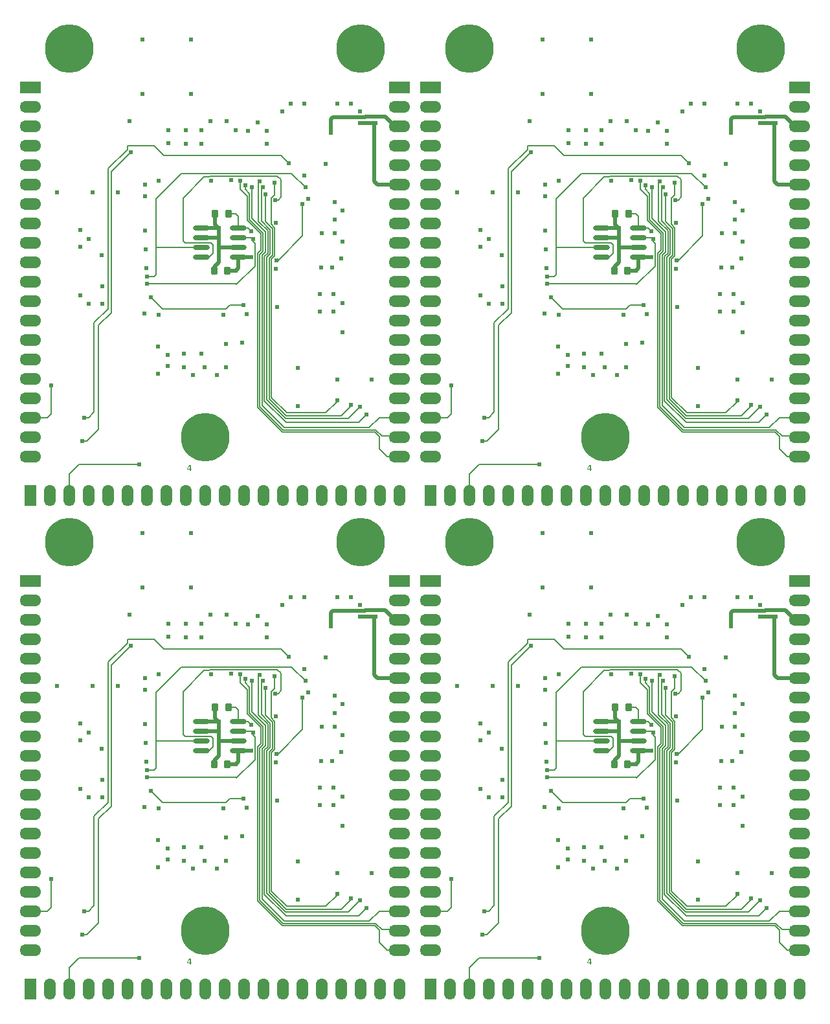
<source format=gbl>
G04*
G04 #@! TF.GenerationSoftware,Altium Limited,Altium Designer,18.1.9 (240)*
G04*
G04 Layer_Physical_Order=4*
G04 Layer_Color=16711680*
%FSLAX25Y25*%
%MOIN*%
G70*
G01*
G75*
G04:AMPARAMS|DCode=13|XSize=39.37mil|YSize=35.43mil|CornerRadius=4.43mil|HoleSize=0mil|Usage=FLASHONLY|Rotation=270.000|XOffset=0mil|YOffset=0mil|HoleType=Round|Shape=RoundedRectangle|*
%AMROUNDEDRECTD13*
21,1,0.03937,0.02657,0,0,270.0*
21,1,0.03051,0.03543,0,0,270.0*
1,1,0.00886,-0.01329,-0.01526*
1,1,0.00886,-0.01329,0.01526*
1,1,0.00886,0.01329,0.01526*
1,1,0.00886,0.01329,-0.01526*
%
%ADD13ROUNDEDRECTD13*%
%ADD19C,0.02000*%
%ADD20C,0.00800*%
%ADD22C,0.00600*%
%ADD24C,0.25000*%
%ADD25R,0.11000X0.06000*%
%ADD26O,0.11000X0.06000*%
%ADD27R,0.06000X0.11000*%
%ADD28O,0.06000X0.11000*%
%ADD29C,0.02400*%
%ADD37O,0.08661X0.02362*%
G36*
X315550Y294639D02*
X316044D01*
Y294102D01*
X315550D01*
Y293437D01*
X314955D01*
Y294102D01*
X313437D01*
Y294623D01*
X314711Y296697D01*
X315550D01*
Y294639D01*
D02*
G37*
G36*
X109550D02*
X110044D01*
Y294102D01*
X109550D01*
Y293437D01*
X108955D01*
Y294102D01*
X107437D01*
Y294623D01*
X108711Y296697D01*
X109550D01*
Y294639D01*
D02*
G37*
G36*
X315550Y40639D02*
X316044D01*
Y40102D01*
X315550D01*
Y39437D01*
X314955D01*
Y40102D01*
X313437D01*
Y40623D01*
X314711Y42697D01*
X315550D01*
Y40639D01*
D02*
G37*
G36*
X109550D02*
X110044D01*
Y40102D01*
X109550D01*
Y39437D01*
X108955D01*
Y40102D01*
X107437D01*
Y40623D01*
X108711Y42697D01*
X109550D01*
Y40639D01*
D02*
G37*
%LPC*%
G36*
X314963Y296107D02*
X314033Y294639D01*
X314963D01*
Y296107D01*
D02*
G37*
G36*
X108963D02*
X108033Y294639D01*
X108963D01*
Y296107D01*
D02*
G37*
G36*
X314963Y42107D02*
X314033Y40639D01*
X314963D01*
Y42107D01*
D02*
G37*
G36*
X108963D02*
X108033Y40639D01*
X108963D01*
Y42107D01*
D02*
G37*
%LPD*%
D13*
X128284Y142437D02*
D03*
X121591D02*
D03*
X128784Y171937D02*
D03*
X122091D02*
D03*
X334283Y142437D02*
D03*
X327591D02*
D03*
X334784Y171937D02*
D03*
X328091D02*
D03*
X128284Y396437D02*
D03*
X121591D02*
D03*
X128784Y425937D02*
D03*
X122091D02*
D03*
X334283Y396437D02*
D03*
X327591D02*
D03*
X334784Y425937D02*
D03*
X328091D02*
D03*
D19*
X128284Y142437D02*
X132437D01*
X121591D02*
Y144591D01*
X123937Y146937D01*
X114988Y164437D02*
X123937D01*
X122091Y166284D02*
Y171937D01*
Y166284D02*
X123937Y164437D01*
Y159437D02*
Y164437D01*
X114988Y159437D02*
X123937D01*
Y154437D02*
X133886D01*
X123937Y146937D02*
Y154437D01*
Y159437D01*
X133886Y149437D02*
X140437D01*
X133886Y143886D02*
Y149437D01*
X132437Y142437D02*
X133886Y143886D01*
X205437Y186937D02*
X216937D01*
X203937Y188437D02*
X205437Y186937D01*
X203937Y188437D02*
Y217937D01*
X204437Y218437D01*
X196437D02*
X200437D01*
X204437D01*
X214437Y216937D02*
X216937D01*
X209437Y221937D02*
X214437Y216937D01*
X199437Y221937D02*
X209437D01*
X198937Y221437D02*
X199437Y221937D01*
X182437Y221437D02*
X198937D01*
X181437Y220437D02*
X182437Y221437D01*
X181437Y213437D02*
Y220437D01*
X334283Y142437D02*
X338437D01*
X327591D02*
Y144591D01*
X329937Y146937D01*
X320988Y164437D02*
X329937D01*
X328091Y166284D02*
Y171937D01*
Y166284D02*
X329937Y164437D01*
Y159437D02*
Y164437D01*
X320988Y159437D02*
X329937D01*
Y154437D02*
X339886D01*
X329937Y146937D02*
Y154437D01*
Y159437D01*
X339886Y149437D02*
X346437D01*
X339886Y143886D02*
Y149437D01*
X338437Y142437D02*
X339886Y143886D01*
X411437Y186937D02*
X422937D01*
X409937Y188437D02*
X411437Y186937D01*
X409937Y188437D02*
Y217937D01*
X410437Y218437D01*
X402437D02*
X406437D01*
X410437D01*
X420437Y216937D02*
X422937D01*
X415437Y221937D02*
X420437Y216937D01*
X405437Y221937D02*
X415437D01*
X404937Y221437D02*
X405437Y221937D01*
X388437Y221437D02*
X404937D01*
X387437Y220437D02*
X388437Y221437D01*
X387437Y213437D02*
Y220437D01*
X128284Y396437D02*
X132437D01*
X121591D02*
Y398591D01*
X123937Y400937D01*
X114988Y418437D02*
X123937D01*
X122091Y420284D02*
Y425937D01*
Y420284D02*
X123937Y418437D01*
Y413437D02*
Y418437D01*
X114988Y413437D02*
X123937D01*
Y408437D02*
X133886D01*
X123937Y400937D02*
Y408437D01*
Y413437D01*
X133886Y403437D02*
X140437D01*
X133886Y397886D02*
Y403437D01*
X132437Y396437D02*
X133886Y397886D01*
X205437Y440937D02*
X216937D01*
X203937Y442437D02*
X205437Y440937D01*
X203937Y442437D02*
Y471937D01*
X204437Y472437D01*
X196437D02*
X200437D01*
X204437D01*
X214437Y470937D02*
X216937D01*
X209437Y475937D02*
X214437Y470937D01*
X199437Y475937D02*
X209437D01*
X198937Y475437D02*
X199437Y475937D01*
X182437Y475437D02*
X198937D01*
X181437Y474437D02*
X182437Y475437D01*
X181437Y467437D02*
Y474437D01*
X334283Y396437D02*
X338437D01*
X327591D02*
Y398591D01*
X329937Y400937D01*
X320988Y418437D02*
X329937D01*
X328091Y420284D02*
Y425937D01*
Y420284D02*
X329937Y418437D01*
Y413437D02*
Y418437D01*
X320988Y413437D02*
X329937D01*
Y408437D02*
X339886D01*
X329937Y400937D02*
Y408437D01*
Y413437D01*
X339886Y403437D02*
X346437D01*
X339886Y397886D02*
Y403437D01*
X338437Y396437D02*
X339886Y397886D01*
X411437Y440937D02*
X422937D01*
X409937Y442437D02*
X411437Y440937D01*
X409937Y442437D02*
Y471937D01*
X410437Y472437D01*
X402437D02*
X406437D01*
X410437D01*
X420437Y470937D02*
X422937D01*
X415437Y475937D02*
X420437Y470937D01*
X405437Y475937D02*
X415437D01*
X404937Y475437D02*
X405437Y475937D01*
X388437Y475437D02*
X404937D01*
X387437Y474437D02*
X388437Y475437D01*
X387437Y467437D02*
Y474437D01*
D20*
X155937Y201937D02*
X159937Y197937D01*
X95437Y201937D02*
X155937D01*
X90437Y206937D02*
X95437Y201937D01*
X76937Y206937D02*
X90437D01*
X76937Y205048D02*
Y206937D01*
X67037Y195148D02*
X76937Y205048D01*
X67037Y123037D02*
Y195148D01*
X59737Y115737D02*
X67037Y123037D01*
X68437Y193437D02*
X78437Y203437D01*
X68437Y120937D02*
Y193437D01*
X61937Y114437D02*
X68437Y120937D01*
X61937Y60937D02*
Y114437D01*
X59737Y69737D02*
Y115737D01*
X56937Y66937D02*
X59737Y69737D01*
X54437Y66937D02*
X56937D01*
X55937Y54937D02*
X61937Y60937D01*
X53437Y54937D02*
X55937D01*
X361937Y201937D02*
X365937Y197937D01*
X301437Y201937D02*
X361937D01*
X296437Y206937D02*
X301437Y201937D01*
X282937Y206937D02*
X296437D01*
X282937Y205048D02*
Y206937D01*
X273037Y195148D02*
X282937Y205048D01*
X273037Y123037D02*
Y195148D01*
X265737Y115737D02*
X273037Y123037D01*
X274437Y193437D02*
X284437Y203437D01*
X274437Y120937D02*
Y193437D01*
X267937Y114437D02*
X274437Y120937D01*
X267937Y60937D02*
Y114437D01*
X265737Y69737D02*
Y115737D01*
X262937Y66937D02*
X265737Y69737D01*
X260437Y66937D02*
X262937D01*
X261937Y54937D02*
X267937Y60937D01*
X259437Y54937D02*
X261937D01*
X155937Y455937D02*
X159937Y451937D01*
X95437Y455937D02*
X155937D01*
X90437Y460937D02*
X95437Y455937D01*
X76937Y460937D02*
X90437D01*
X76937Y459048D02*
Y460937D01*
X67037Y449148D02*
X76937Y459048D01*
X67037Y377037D02*
Y449148D01*
X59737Y369737D02*
X67037Y377037D01*
X68437Y447437D02*
X78437Y457437D01*
X68437Y374937D02*
Y447437D01*
X61937Y368437D02*
X68437Y374937D01*
X61937Y314937D02*
Y368437D01*
X59737Y323737D02*
Y369737D01*
X56937Y320937D02*
X59737Y323737D01*
X54437Y320937D02*
X56937D01*
X55937Y308937D02*
X61937Y314937D01*
X53437Y308937D02*
X55937D01*
X361937Y455937D02*
X365937Y451937D01*
X301437Y455937D02*
X361937D01*
X296437Y460937D02*
X301437Y455937D01*
X282937Y460937D02*
X296437D01*
X282937Y459048D02*
Y460937D01*
X273037Y449148D02*
X282937Y459048D01*
X273037Y377037D02*
Y449148D01*
X265737Y369737D02*
X273037Y377037D01*
X274437Y447437D02*
X284437Y457437D01*
X274437Y374937D02*
Y447437D01*
X267937Y368437D02*
X274437Y374937D01*
X267937Y314937D02*
Y368437D01*
X265737Y323737D02*
Y369737D01*
X262937Y320937D02*
X265737Y323737D01*
X260437Y320937D02*
X262937D01*
X261937Y308937D02*
X267937Y314937D01*
X259437Y308937D02*
X261937D01*
D22*
X51937Y42937D02*
X82937D01*
X46937Y37937D02*
X51937Y42937D01*
X46937Y26937D02*
Y37937D01*
X206437Y66937D02*
X216937D01*
X137437Y184437D02*
Y186437D01*
X207937Y57437D02*
X216437D01*
X216937Y56937D01*
X134937Y184437D02*
Y188937D01*
X206437Y50937D02*
Y57240D01*
Y50937D02*
X210437Y46937D01*
X216937D01*
X144337Y187837D02*
X144937Y188437D01*
X191937Y72937D02*
Y73437D01*
X145837Y184837D02*
X146437Y185437D01*
X145837Y168173D02*
Y184837D01*
X144337Y167976D02*
Y187837D01*
X152437Y181407D02*
Y187937D01*
X150837Y179807D02*
X152437Y181407D01*
X91437Y154437D02*
X114988D01*
Y149437D02*
X118937D01*
X120937Y151437D01*
Y155937D01*
X119937Y156937D02*
X120937Y155937D01*
X106437Y156937D02*
X119937D01*
X105437Y157937D02*
X106437Y156937D01*
X137437Y184437D02*
X139737Y182137D01*
X134937Y184437D02*
X138537Y180837D01*
X140937Y169437D02*
Y185437D01*
X139737Y168940D02*
Y182137D01*
X138537Y168443D02*
Y180837D01*
X105437Y157937D02*
Y179937D01*
X116237Y190737D01*
X161310Y192564D02*
X168437Y185437D01*
X116237Y190737D02*
X118767D01*
X119394Y191364D01*
X154010D01*
X155937Y189437D01*
Y180437D02*
Y189437D01*
X154437Y178937D02*
X155937Y180437D01*
X152937Y178937D02*
X154437D01*
X133886Y159437D02*
X140937D01*
X141437Y158937D01*
X150837Y166567D02*
X152737Y164667D01*
X150837Y166567D02*
Y179807D01*
X147937Y167770D02*
X151537Y164170D01*
X147937Y167770D02*
Y181937D01*
X145837Y168173D02*
X150337Y163673D01*
X144337Y167976D02*
X149137Y163176D01*
X140937Y169437D02*
X147937Y162437D01*
X139737Y168940D02*
X146737Y161940D01*
X138537Y168443D02*
X145537Y161443D01*
X166937Y160437D02*
Y176937D01*
X154437Y147937D02*
X166937Y160437D01*
X151537Y150704D02*
Y164170D01*
X150337Y151201D02*
Y163673D01*
X149137Y151698D02*
Y163176D01*
X147937Y152195D02*
Y162437D01*
X146737Y152692D02*
Y161940D01*
X145537Y153189D02*
Y161443D01*
X143810Y151462D02*
X145537Y153189D01*
X145010Y150965D02*
X146737Y152692D01*
X146210Y150468D02*
X147937Y152195D01*
X147410Y149971D02*
X149137Y151698D01*
X148610Y149474D02*
X150337Y151201D01*
X149810Y148977D02*
X151537Y150704D01*
X152737Y150207D02*
Y164667D01*
X151010Y148480D02*
X152737Y150207D01*
X146210Y73164D02*
Y150468D01*
X145010Y72667D02*
Y150965D01*
X143810Y72170D02*
Y151462D01*
X153437Y147937D02*
X154437D01*
X142537Y145037D02*
Y150307D01*
X142437Y150407D02*
X142537Y150307D01*
X142437Y150407D02*
Y156437D01*
X141437Y157437D02*
Y158937D01*
Y157437D02*
X142437Y156437D01*
X133886Y164437D02*
Y170488D01*
X132437Y171937D02*
X133886Y170488D01*
X128784Y171937D02*
X132437D01*
X133886Y164437D02*
X138937D01*
X140437Y162937D01*
X143810Y72170D02*
X156543Y59437D01*
X204240D01*
X206437Y57240D01*
X145010Y72667D02*
X157040Y60637D01*
X204737D01*
X207937Y57437D01*
X146210Y73164D02*
X157537Y61837D01*
X201337D01*
X206437Y66937D01*
X195937Y64437D02*
X199937Y68437D01*
X190437Y66437D02*
X196437Y72437D01*
X186937Y67937D02*
X191937Y72937D01*
X147410Y75710D02*
X158683Y64437D01*
X148610Y76207D02*
X158380Y66437D01*
X149810Y76704D02*
X158577Y67937D01*
X151010Y77201D02*
X158774Y69437D01*
X151010Y77201D02*
Y148480D01*
X149810Y76704D02*
Y148977D01*
X158577Y67937D02*
X186937D01*
X148610Y76207D02*
Y149474D01*
X158380Y66437D02*
X190437D01*
X147410Y75710D02*
Y149971D01*
X158683Y64437D02*
X195937D01*
X158774Y69437D02*
X178937D01*
X184437Y75437D02*
X184937Y75937D01*
X178937Y69437D02*
X184437Y74937D01*
Y75437D01*
X132937Y135437D02*
X142537Y145037D01*
X132638Y135736D02*
X132937Y135437D01*
X86937Y135736D02*
X132638D01*
X90437Y139437D02*
X91437Y140437D01*
X86937Y139437D02*
X90437D01*
X91437Y179437D02*
X104564Y192564D01*
X161310D01*
X91437Y140437D02*
Y154437D01*
Y179437D01*
X88937Y128937D02*
X94937Y122937D01*
X127437D01*
X129437Y124937D01*
X136437D01*
X37437Y68937D02*
Y83437D01*
X35437Y66937D02*
X37437Y68937D01*
X26937Y66937D02*
X35437D01*
X257937Y42937D02*
X288937D01*
X252937Y37937D02*
X257937Y42937D01*
X252937Y26937D02*
Y37937D01*
X412437Y66937D02*
X422937D01*
X343437Y184437D02*
Y186437D01*
X413937Y57437D02*
X422437D01*
X422937Y56937D01*
X340937Y184437D02*
Y188937D01*
X412437Y50937D02*
Y57240D01*
Y50937D02*
X416437Y46937D01*
X422937D01*
X350337Y187837D02*
X350937Y188437D01*
X397937Y72937D02*
Y73437D01*
X351837Y184837D02*
X352437Y185437D01*
X351837Y168173D02*
Y184837D01*
X350337Y167976D02*
Y187837D01*
X358437Y181407D02*
Y187937D01*
X356837Y179807D02*
X358437Y181407D01*
X297437Y154437D02*
X320988D01*
Y149437D02*
X324937D01*
X326937Y151437D01*
Y155937D01*
X325937Y156937D02*
X326937Y155937D01*
X312437Y156937D02*
X325937D01*
X311437Y157937D02*
X312437Y156937D01*
X343437Y184437D02*
X345737Y182137D01*
X340937Y184437D02*
X344537Y180837D01*
X346937Y169437D02*
Y185437D01*
X345737Y168940D02*
Y182137D01*
X344537Y168443D02*
Y180837D01*
X311437Y157937D02*
Y179937D01*
X322237Y190737D01*
X367310Y192564D02*
X374437Y185437D01*
X322237Y190737D02*
X324767D01*
X325394Y191364D01*
X360010D01*
X361937Y189437D01*
Y180437D02*
Y189437D01*
X360437Y178937D02*
X361937Y180437D01*
X358937Y178937D02*
X360437D01*
X339886Y159437D02*
X346937D01*
X347437Y158937D01*
X356837Y166567D02*
X358737Y164667D01*
X356837Y166567D02*
Y179807D01*
X353937Y167770D02*
X357537Y164170D01*
X353937Y167770D02*
Y181937D01*
X351837Y168173D02*
X356337Y163673D01*
X350337Y167976D02*
X355137Y163176D01*
X346937Y169437D02*
X353937Y162437D01*
X345737Y168940D02*
X352737Y161940D01*
X344537Y168443D02*
X351537Y161443D01*
X372937Y160437D02*
Y176937D01*
X360437Y147937D02*
X372937Y160437D01*
X357537Y150704D02*
Y164170D01*
X356337Y151201D02*
Y163673D01*
X355137Y151698D02*
Y163176D01*
X353937Y152195D02*
Y162437D01*
X352737Y152692D02*
Y161940D01*
X351537Y153189D02*
Y161443D01*
X349810Y151462D02*
X351537Y153189D01*
X351010Y150965D02*
X352737Y152692D01*
X352210Y150468D02*
X353937Y152195D01*
X353410Y149971D02*
X355137Y151698D01*
X354610Y149474D02*
X356337Y151201D01*
X355810Y148977D02*
X357537Y150704D01*
X358737Y150207D02*
Y164667D01*
X357010Y148480D02*
X358737Y150207D01*
X352210Y73164D02*
Y150468D01*
X351010Y72667D02*
Y150965D01*
X349810Y72170D02*
Y151462D01*
X359437Y147937D02*
X360437D01*
X348537Y145037D02*
Y150307D01*
X348437Y150407D02*
X348537Y150307D01*
X348437Y150407D02*
Y156437D01*
X347437Y157437D02*
Y158937D01*
Y157437D02*
X348437Y156437D01*
X339886Y164437D02*
Y170488D01*
X338437Y171937D02*
X339886Y170488D01*
X334784Y171937D02*
X338437D01*
X339886Y164437D02*
X344937D01*
X346437Y162937D01*
X349810Y72170D02*
X362543Y59437D01*
X410240D01*
X412437Y57240D01*
X351010Y72667D02*
X363040Y60637D01*
X410737D01*
X413937Y57437D01*
X352210Y73164D02*
X363537Y61837D01*
X407337D01*
X412437Y66937D01*
X401937Y64437D02*
X405937Y68437D01*
X396437Y66437D02*
X402437Y72437D01*
X392937Y67937D02*
X397937Y72937D01*
X353410Y75710D02*
X364683Y64437D01*
X354610Y76207D02*
X364380Y66437D01*
X355810Y76704D02*
X364577Y67937D01*
X357010Y77201D02*
X364774Y69437D01*
X357010Y77201D02*
Y148480D01*
X355810Y76704D02*
Y148977D01*
X364577Y67937D02*
X392937D01*
X354610Y76207D02*
Y149474D01*
X364380Y66437D02*
X396437D01*
X353410Y75710D02*
Y149971D01*
X364683Y64437D02*
X401937D01*
X364774Y69437D02*
X384937D01*
X390437Y75437D02*
X390937Y75937D01*
X384937Y69437D02*
X390437Y74937D01*
Y75437D01*
X338937Y135437D02*
X348537Y145037D01*
X338638Y135736D02*
X338937Y135437D01*
X292937Y135736D02*
X338638D01*
X296437Y139437D02*
X297437Y140437D01*
X292937Y139437D02*
X296437D01*
X297437Y179437D02*
X310564Y192564D01*
X367310D01*
X297437Y140437D02*
Y154437D01*
Y179437D01*
X294937Y128937D02*
X300937Y122937D01*
X333437D01*
X335437Y124937D01*
X342437D01*
X243437Y68937D02*
Y83437D01*
X241437Y66937D02*
X243437Y68937D01*
X232937Y66937D02*
X241437D01*
X51937Y296937D02*
X82937D01*
X46937Y291937D02*
X51937Y296937D01*
X46937Y280937D02*
Y291937D01*
X206437Y320937D02*
X216937D01*
X137437Y438437D02*
Y440437D01*
X207937Y311437D02*
X216437D01*
X216937Y310937D01*
X134937Y438437D02*
Y442937D01*
X206437Y304937D02*
Y311240D01*
Y304937D02*
X210437Y300937D01*
X216937D01*
X144337Y441837D02*
X144937Y442437D01*
X191937Y326937D02*
Y327437D01*
X145837Y438837D02*
X146437Y439437D01*
X145837Y422173D02*
Y438837D01*
X144337Y421976D02*
Y441837D01*
X152437Y435407D02*
Y441937D01*
X150837Y433807D02*
X152437Y435407D01*
X91437Y408437D02*
X114988D01*
Y403437D02*
X118937D01*
X120937Y405437D01*
Y409937D01*
X119937Y410937D02*
X120937Y409937D01*
X106437Y410937D02*
X119937D01*
X105437Y411937D02*
X106437Y410937D01*
X137437Y438437D02*
X139737Y436137D01*
X134937Y438437D02*
X138537Y434837D01*
X140937Y423437D02*
Y439437D01*
X139737Y422940D02*
Y436137D01*
X138537Y422443D02*
Y434837D01*
X105437Y411937D02*
Y433937D01*
X116237Y444737D01*
X161310Y446564D02*
X168437Y439437D01*
X116237Y444737D02*
X118767D01*
X119394Y445364D01*
X154010D01*
X155937Y443437D01*
Y434437D02*
Y443437D01*
X154437Y432937D02*
X155937Y434437D01*
X152937Y432937D02*
X154437D01*
X133886Y413437D02*
X140937D01*
X141437Y412937D01*
X150837Y420567D02*
X152737Y418667D01*
X150837Y420567D02*
Y433807D01*
X147937Y421770D02*
X151537Y418170D01*
X147937Y421770D02*
Y435937D01*
X145837Y422173D02*
X150337Y417673D01*
X144337Y421976D02*
X149137Y417176D01*
X140937Y423437D02*
X147937Y416437D01*
X139737Y422940D02*
X146737Y415940D01*
X138537Y422443D02*
X145537Y415443D01*
X166937Y414437D02*
Y430937D01*
X154437Y401937D02*
X166937Y414437D01*
X151537Y404704D02*
Y418170D01*
X150337Y405201D02*
Y417673D01*
X149137Y405698D02*
Y417176D01*
X147937Y406195D02*
Y416437D01*
X146737Y406692D02*
Y415940D01*
X145537Y407189D02*
Y415443D01*
X143810Y405462D02*
X145537Y407189D01*
X145010Y404965D02*
X146737Y406692D01*
X146210Y404468D02*
X147937Y406195D01*
X147410Y403971D02*
X149137Y405698D01*
X148610Y403474D02*
X150337Y405201D01*
X149810Y402977D02*
X151537Y404704D01*
X152737Y404207D02*
Y418667D01*
X151010Y402480D02*
X152737Y404207D01*
X146210Y327164D02*
Y404468D01*
X145010Y326667D02*
Y404965D01*
X143810Y326170D02*
Y405462D01*
X153437Y401937D02*
X154437D01*
X142537Y399037D02*
Y404307D01*
X142437Y404407D02*
X142537Y404307D01*
X142437Y404407D02*
Y410437D01*
X141437Y411437D02*
Y412937D01*
Y411437D02*
X142437Y410437D01*
X133886Y418437D02*
Y424488D01*
X132437Y425937D02*
X133886Y424488D01*
X128784Y425937D02*
X132437D01*
X133886Y418437D02*
X138937D01*
X140437Y416937D01*
X143810Y326170D02*
X156543Y313437D01*
X204240D01*
X206437Y311240D01*
X145010Y326667D02*
X157040Y314637D01*
X204737D01*
X207937Y311437D01*
X146210Y327164D02*
X157537Y315837D01*
X201337D01*
X206437Y320937D01*
X195937Y318437D02*
X199937Y322437D01*
X190437Y320437D02*
X196437Y326437D01*
X186937Y321937D02*
X191937Y326937D01*
X147410Y329710D02*
X158683Y318437D01*
X148610Y330207D02*
X158380Y320437D01*
X149810Y330704D02*
X158577Y321937D01*
X151010Y331201D02*
X158774Y323437D01*
X151010Y331201D02*
Y402480D01*
X149810Y330704D02*
Y402977D01*
X158577Y321937D02*
X186937D01*
X148610Y330207D02*
Y403474D01*
X158380Y320437D02*
X190437D01*
X147410Y329710D02*
Y403971D01*
X158683Y318437D02*
X195937D01*
X158774Y323437D02*
X178937D01*
X184437Y329437D02*
X184937Y329937D01*
X178937Y323437D02*
X184437Y328937D01*
Y329437D01*
X132937Y389437D02*
X142537Y399037D01*
X132638Y389736D02*
X132937Y389437D01*
X86937Y389736D02*
X132638D01*
X90437Y393437D02*
X91437Y394437D01*
X86937Y393437D02*
X90437D01*
X91437Y433437D02*
X104564Y446564D01*
X161310D01*
X91437Y394437D02*
Y408437D01*
Y433437D01*
X88937Y382937D02*
X94937Y376937D01*
X127437D01*
X129437Y378937D01*
X136437D01*
X37437Y322937D02*
Y337437D01*
X35437Y320937D02*
X37437Y322937D01*
X26937Y320937D02*
X35437D01*
X257937Y296937D02*
X288937D01*
X252937Y291937D02*
X257937Y296937D01*
X252937Y280937D02*
Y291937D01*
X412437Y320937D02*
X422937D01*
X343437Y438437D02*
Y440437D01*
X413937Y311437D02*
X422437D01*
X422937Y310937D01*
X340937Y438437D02*
Y442937D01*
X412437Y304937D02*
Y311240D01*
Y304937D02*
X416437Y300937D01*
X422937D01*
X350337Y441837D02*
X350937Y442437D01*
X397937Y326937D02*
Y327437D01*
X351837Y438837D02*
X352437Y439437D01*
X351837Y422173D02*
Y438837D01*
X350337Y421976D02*
Y441837D01*
X358437Y435407D02*
Y441937D01*
X356837Y433807D02*
X358437Y435407D01*
X297437Y408437D02*
X320988D01*
Y403437D02*
X324937D01*
X326937Y405437D01*
Y409937D01*
X325937Y410937D02*
X326937Y409937D01*
X312437Y410937D02*
X325937D01*
X311437Y411937D02*
X312437Y410937D01*
X343437Y438437D02*
X345737Y436137D01*
X340937Y438437D02*
X344537Y434837D01*
X346937Y423437D02*
Y439437D01*
X345737Y422940D02*
Y436137D01*
X344537Y422443D02*
Y434837D01*
X311437Y411937D02*
Y433937D01*
X322237Y444737D01*
X367310Y446564D02*
X374437Y439437D01*
X322237Y444737D02*
X324767D01*
X325394Y445364D01*
X360010D01*
X361937Y443437D01*
Y434437D02*
Y443437D01*
X360437Y432937D02*
X361937Y434437D01*
X358937Y432937D02*
X360437D01*
X339886Y413437D02*
X346937D01*
X347437Y412937D01*
X356837Y420567D02*
X358737Y418667D01*
X356837Y420567D02*
Y433807D01*
X353937Y421770D02*
X357537Y418170D01*
X353937Y421770D02*
Y435937D01*
X351837Y422173D02*
X356337Y417673D01*
X350337Y421976D02*
X355137Y417176D01*
X346937Y423437D02*
X353937Y416437D01*
X345737Y422940D02*
X352737Y415940D01*
X344537Y422443D02*
X351537Y415443D01*
X372937Y414437D02*
Y430937D01*
X360437Y401937D02*
X372937Y414437D01*
X357537Y404704D02*
Y418170D01*
X356337Y405201D02*
Y417673D01*
X355137Y405698D02*
Y417176D01*
X353937Y406195D02*
Y416437D01*
X352737Y406692D02*
Y415940D01*
X351537Y407189D02*
Y415443D01*
X349810Y405462D02*
X351537Y407189D01*
X351010Y404965D02*
X352737Y406692D01*
X352210Y404468D02*
X353937Y406195D01*
X353410Y403971D02*
X355137Y405698D01*
X354610Y403474D02*
X356337Y405201D01*
X355810Y402977D02*
X357537Y404704D01*
X358737Y404207D02*
Y418667D01*
X357010Y402480D02*
X358737Y404207D01*
X352210Y327164D02*
Y404468D01*
X351010Y326667D02*
Y404965D01*
X349810Y326170D02*
Y405462D01*
X359437Y401937D02*
X360437D01*
X348537Y399037D02*
Y404307D01*
X348437Y404407D02*
X348537Y404307D01*
X348437Y404407D02*
Y410437D01*
X347437Y411437D02*
Y412937D01*
Y411437D02*
X348437Y410437D01*
X339886Y418437D02*
Y424488D01*
X338437Y425937D02*
X339886Y424488D01*
X334784Y425937D02*
X338437D01*
X339886Y418437D02*
X344937D01*
X346437Y416937D01*
X349810Y326170D02*
X362543Y313437D01*
X410240D01*
X412437Y311240D01*
X351010Y326667D02*
X363040Y314637D01*
X410737D01*
X413937Y311437D01*
X352210Y327164D02*
X363537Y315837D01*
X407337D01*
X412437Y320937D01*
X401937Y318437D02*
X405937Y322437D01*
X396437Y320437D02*
X402437Y326437D01*
X392937Y321937D02*
X397937Y326937D01*
X353410Y329710D02*
X364683Y318437D01*
X354610Y330207D02*
X364380Y320437D01*
X355810Y330704D02*
X364577Y321937D01*
X357010Y331201D02*
X364774Y323437D01*
X357010Y331201D02*
Y402480D01*
X355810Y330704D02*
Y402977D01*
X364577Y321937D02*
X392937D01*
X354610Y330207D02*
Y403474D01*
X364380Y320437D02*
X396437D01*
X353410Y329710D02*
Y403971D01*
X364683Y318437D02*
X401937D01*
X364774Y323437D02*
X384937D01*
X390437Y329437D02*
X390937Y329937D01*
X384937Y323437D02*
X390437Y328937D01*
Y329437D01*
X338937Y389437D02*
X348537Y399037D01*
X338638Y389736D02*
X338937Y389437D01*
X292937Y389736D02*
X338638D01*
X296437Y393437D02*
X297437Y394437D01*
X292937Y393437D02*
X296437D01*
X297437Y433437D02*
X310564Y446564D01*
X367310D01*
X297437Y394437D02*
Y408437D01*
Y433437D01*
X294937Y382937D02*
X300937Y376937D01*
X333437D01*
X335437Y378937D01*
X342437D01*
X243437Y322937D02*
Y337437D01*
X241437Y320937D02*
X243437Y322937D01*
X232937Y320937D02*
X241437D01*
D24*
X116937Y56937D02*
D03*
X46937Y256937D02*
D03*
X196937D02*
D03*
X322937Y56937D02*
D03*
X252937Y256937D02*
D03*
X402937D02*
D03*
X116937Y310937D02*
D03*
X46937Y510937D02*
D03*
X196937D02*
D03*
X322937Y310937D02*
D03*
X252937Y510937D02*
D03*
X402937D02*
D03*
D25*
X26937Y236937D02*
D03*
X216937D02*
D03*
X232937D02*
D03*
X422937D02*
D03*
X26937Y490937D02*
D03*
X216937D02*
D03*
X232937D02*
D03*
X422937D02*
D03*
D26*
X26937Y226937D02*
D03*
Y216937D02*
D03*
Y206937D02*
D03*
Y196937D02*
D03*
Y186937D02*
D03*
Y176937D02*
D03*
Y166937D02*
D03*
Y156937D02*
D03*
Y146937D02*
D03*
Y136937D02*
D03*
Y126937D02*
D03*
Y116937D02*
D03*
Y106937D02*
D03*
Y96937D02*
D03*
Y86937D02*
D03*
Y76937D02*
D03*
Y66937D02*
D03*
Y56937D02*
D03*
Y46937D02*
D03*
X216937Y226937D02*
D03*
Y216937D02*
D03*
Y206937D02*
D03*
Y196937D02*
D03*
Y186937D02*
D03*
Y176937D02*
D03*
Y166937D02*
D03*
Y156937D02*
D03*
Y146937D02*
D03*
Y136937D02*
D03*
Y126937D02*
D03*
Y116937D02*
D03*
Y106937D02*
D03*
Y96937D02*
D03*
Y86937D02*
D03*
Y76937D02*
D03*
Y66937D02*
D03*
Y56937D02*
D03*
Y46937D02*
D03*
X232937Y226937D02*
D03*
Y216937D02*
D03*
Y206937D02*
D03*
Y196937D02*
D03*
Y186937D02*
D03*
Y176937D02*
D03*
Y166937D02*
D03*
Y156937D02*
D03*
Y146937D02*
D03*
Y136937D02*
D03*
Y126937D02*
D03*
Y116937D02*
D03*
Y106937D02*
D03*
Y96937D02*
D03*
Y86937D02*
D03*
Y76937D02*
D03*
Y66937D02*
D03*
Y56937D02*
D03*
Y46937D02*
D03*
X422937Y226937D02*
D03*
Y216937D02*
D03*
Y206937D02*
D03*
Y196937D02*
D03*
Y186937D02*
D03*
Y176937D02*
D03*
Y166937D02*
D03*
Y156937D02*
D03*
Y146937D02*
D03*
Y136937D02*
D03*
Y126937D02*
D03*
Y116937D02*
D03*
Y106937D02*
D03*
Y96937D02*
D03*
Y86937D02*
D03*
Y76937D02*
D03*
Y66937D02*
D03*
Y56937D02*
D03*
Y46937D02*
D03*
X26937Y480937D02*
D03*
Y470937D02*
D03*
Y460937D02*
D03*
Y450937D02*
D03*
Y440937D02*
D03*
Y430937D02*
D03*
Y420937D02*
D03*
Y410937D02*
D03*
Y400937D02*
D03*
Y390937D02*
D03*
Y380937D02*
D03*
Y370937D02*
D03*
Y360937D02*
D03*
Y350937D02*
D03*
Y340937D02*
D03*
Y330937D02*
D03*
Y320937D02*
D03*
Y310937D02*
D03*
Y300937D02*
D03*
X216937Y480937D02*
D03*
Y470937D02*
D03*
Y460937D02*
D03*
Y450937D02*
D03*
Y440937D02*
D03*
Y430937D02*
D03*
Y420937D02*
D03*
Y410937D02*
D03*
Y400937D02*
D03*
Y390937D02*
D03*
Y380937D02*
D03*
Y370937D02*
D03*
Y360937D02*
D03*
Y350937D02*
D03*
Y340937D02*
D03*
Y330937D02*
D03*
Y320937D02*
D03*
Y310937D02*
D03*
Y300937D02*
D03*
X232937Y480937D02*
D03*
Y470937D02*
D03*
Y460937D02*
D03*
Y450937D02*
D03*
Y440937D02*
D03*
Y430937D02*
D03*
Y420937D02*
D03*
Y410937D02*
D03*
Y400937D02*
D03*
Y390937D02*
D03*
Y380937D02*
D03*
Y370937D02*
D03*
Y360937D02*
D03*
Y350937D02*
D03*
Y340937D02*
D03*
Y330937D02*
D03*
Y320937D02*
D03*
Y310937D02*
D03*
Y300937D02*
D03*
X422937Y480937D02*
D03*
Y470937D02*
D03*
Y460937D02*
D03*
Y450937D02*
D03*
Y440937D02*
D03*
Y430937D02*
D03*
Y420937D02*
D03*
Y410937D02*
D03*
Y400937D02*
D03*
Y390937D02*
D03*
Y380937D02*
D03*
Y370937D02*
D03*
Y360937D02*
D03*
Y350937D02*
D03*
Y340937D02*
D03*
Y330937D02*
D03*
Y320937D02*
D03*
Y310937D02*
D03*
Y300937D02*
D03*
D27*
X26937Y26937D02*
D03*
X232937D02*
D03*
X26937Y280937D02*
D03*
X232937D02*
D03*
D28*
X36937Y26937D02*
D03*
X46937D02*
D03*
X56937D02*
D03*
X66937D02*
D03*
X76937D02*
D03*
X86937D02*
D03*
X96937D02*
D03*
X106937D02*
D03*
X116937D02*
D03*
X126937D02*
D03*
X136937D02*
D03*
X146937D02*
D03*
X156937D02*
D03*
X166937D02*
D03*
X176937D02*
D03*
X186937D02*
D03*
X196937D02*
D03*
X206937D02*
D03*
X216937D02*
D03*
X242937D02*
D03*
X252937D02*
D03*
X262937D02*
D03*
X272937D02*
D03*
X282937D02*
D03*
X292937D02*
D03*
X302937D02*
D03*
X312937D02*
D03*
X322937D02*
D03*
X332937D02*
D03*
X342937D02*
D03*
X352937D02*
D03*
X362937D02*
D03*
X372937D02*
D03*
X382937D02*
D03*
X392937D02*
D03*
X402937D02*
D03*
X412937D02*
D03*
X422937D02*
D03*
X36937Y280937D02*
D03*
X46937D02*
D03*
X56937D02*
D03*
X66937D02*
D03*
X76937D02*
D03*
X86937D02*
D03*
X96937D02*
D03*
X106937D02*
D03*
X116937D02*
D03*
X126937D02*
D03*
X136937D02*
D03*
X146937D02*
D03*
X156937D02*
D03*
X166937D02*
D03*
X176937D02*
D03*
X186937D02*
D03*
X196937D02*
D03*
X206937D02*
D03*
X216937D02*
D03*
X242937D02*
D03*
X252937D02*
D03*
X262937D02*
D03*
X272937D02*
D03*
X282937D02*
D03*
X292937D02*
D03*
X302937D02*
D03*
X312937D02*
D03*
X322937D02*
D03*
X332937D02*
D03*
X342937D02*
D03*
X352937D02*
D03*
X362937D02*
D03*
X372937D02*
D03*
X382937D02*
D03*
X392937D02*
D03*
X402937D02*
D03*
X412937D02*
D03*
X422937D02*
D03*
D29*
X40437Y182937D02*
D03*
X58937D02*
D03*
X184937Y86437D02*
D03*
X202437D02*
D03*
X176681Y144181D02*
D03*
X182193Y144193D02*
D03*
X186937Y148937D02*
D03*
X97693Y93681D02*
D03*
X92437Y89437D02*
D03*
Y103437D02*
D03*
X97693Y99193D02*
D03*
X159937Y197937D02*
D03*
X78437Y203437D02*
D03*
X92862Y188862D02*
D03*
X85937Y186937D02*
D03*
X98091Y208091D02*
D03*
X130264Y189264D02*
D03*
X153142Y167232D02*
D03*
X153110Y143610D02*
D03*
X153949Y123925D02*
D03*
X138138Y120138D02*
D03*
X126327Y120047D02*
D03*
X92862Y120012D02*
D03*
X85437Y120437D02*
D03*
X86421Y153453D02*
D03*
X86012Y181012D02*
D03*
X86437Y143937D02*
D03*
X63937Y125437D02*
D03*
X56937D02*
D03*
X52437Y129937D02*
D03*
Y154937D02*
D03*
Y163437D02*
D03*
X56937Y158937D02*
D03*
X77937Y219437D02*
D03*
X97937Y214937D02*
D03*
X114937D02*
D03*
X127937Y219437D02*
D03*
X119437D02*
D03*
X143937Y218937D02*
D03*
X160937Y228437D02*
D03*
X167937D02*
D03*
X191937D02*
D03*
X184937D02*
D03*
X156437Y224437D02*
D03*
X196437D02*
D03*
X178937Y197437D02*
D03*
X187437Y173437D02*
D03*
Y157437D02*
D03*
X183437Y161937D02*
D03*
Y168937D02*
D03*
Y177937D02*
D03*
X187437Y125937D02*
D03*
X182937Y121437D02*
D03*
Y130437D02*
D03*
X187437Y110937D02*
D03*
X82937Y42937D02*
D03*
X63937Y134437D02*
D03*
X63437Y150437D02*
D03*
X132437Y142437D02*
D03*
X123937Y164437D02*
D03*
Y159437D02*
D03*
X140437Y149437D02*
D03*
X176937Y161937D02*
D03*
X85795Y163295D02*
D03*
X119937Y188937D02*
D03*
X175937Y130437D02*
D03*
Y121437D02*
D03*
X122937Y88937D02*
D03*
X127437Y92937D02*
D03*
X110437Y88937D02*
D03*
X105937Y92937D02*
D03*
Y99937D02*
D03*
X114937D02*
D03*
X116437Y92937D02*
D03*
X114937Y207937D02*
D03*
X106937Y214937D02*
D03*
Y207937D02*
D03*
X196437Y218437D02*
D03*
X200437D02*
D03*
X204437D02*
D03*
X134937Y188937D02*
D03*
X137437Y186437D02*
D03*
X140937Y185437D02*
D03*
X144937Y188437D02*
D03*
X152437Y187937D02*
D03*
X167937Y191437D02*
D03*
X169937Y179437D02*
D03*
X166937Y176937D02*
D03*
X152937Y178937D02*
D03*
X168437Y185437D02*
D03*
X135937Y105437D02*
D03*
X127437Y104937D02*
D03*
X109437Y261437D02*
D03*
X84437D02*
D03*
Y233437D02*
D03*
X109437D02*
D03*
X148437Y207937D02*
D03*
Y214437D02*
D03*
X138937D02*
D03*
X132437Y214937D02*
D03*
X199937Y68437D02*
D03*
X196437Y72437D02*
D03*
X191937Y73437D02*
D03*
X147937Y181937D02*
D03*
X146437Y185437D02*
D03*
X153437Y147937D02*
D03*
X141437Y158937D02*
D03*
X71937Y182937D02*
D03*
X140437Y162937D02*
D03*
X181437Y213437D02*
D03*
X184937Y75937D02*
D03*
X164437Y92437D02*
D03*
Y72937D02*
D03*
X86937Y139437D02*
D03*
Y135736D02*
D03*
X88937Y128937D02*
D03*
X136437Y124937D02*
D03*
X54437Y66937D02*
D03*
X53437Y54937D02*
D03*
X37437Y83437D02*
D03*
X246437Y182937D02*
D03*
X264937D02*
D03*
X390937Y86437D02*
D03*
X408437D02*
D03*
X382681Y144181D02*
D03*
X388193Y144193D02*
D03*
X392937Y148937D02*
D03*
X303693Y93681D02*
D03*
X298437Y89437D02*
D03*
Y103437D02*
D03*
X303693Y99193D02*
D03*
X365937Y197937D02*
D03*
X284437Y203437D02*
D03*
X298862Y188862D02*
D03*
X291937Y186937D02*
D03*
X304091Y208091D02*
D03*
X336264Y189264D02*
D03*
X359142Y167232D02*
D03*
X359110Y143610D02*
D03*
X359949Y123925D02*
D03*
X344138Y120138D02*
D03*
X332327Y120047D02*
D03*
X298862Y120012D02*
D03*
X291437Y120437D02*
D03*
X292421Y153453D02*
D03*
X292012Y181012D02*
D03*
X292437Y143937D02*
D03*
X269937Y125437D02*
D03*
X262937D02*
D03*
X258437Y129937D02*
D03*
Y154937D02*
D03*
Y163437D02*
D03*
X262937Y158937D02*
D03*
X283937Y219437D02*
D03*
X303937Y214937D02*
D03*
X320937D02*
D03*
X333937Y219437D02*
D03*
X325437D02*
D03*
X349937Y218937D02*
D03*
X366937Y228437D02*
D03*
X373937D02*
D03*
X397937D02*
D03*
X390937D02*
D03*
X362437Y224437D02*
D03*
X402437D02*
D03*
X384937Y197437D02*
D03*
X393437Y173437D02*
D03*
Y157437D02*
D03*
X389437Y161937D02*
D03*
Y168937D02*
D03*
Y177937D02*
D03*
X393437Y125937D02*
D03*
X388937Y121437D02*
D03*
Y130437D02*
D03*
X393437Y110937D02*
D03*
X288937Y42937D02*
D03*
X269937Y134437D02*
D03*
X269437Y150437D02*
D03*
X338437Y142437D02*
D03*
X329937Y164437D02*
D03*
Y159437D02*
D03*
X346437Y149437D02*
D03*
X382937Y161937D02*
D03*
X291795Y163295D02*
D03*
X325937Y188937D02*
D03*
X381937Y130437D02*
D03*
Y121437D02*
D03*
X328937Y88937D02*
D03*
X333437Y92937D02*
D03*
X316437Y88937D02*
D03*
X311937Y92937D02*
D03*
Y99937D02*
D03*
X320937D02*
D03*
X322437Y92937D02*
D03*
X320937Y207937D02*
D03*
X312937Y214937D02*
D03*
Y207937D02*
D03*
X402437Y218437D02*
D03*
X406437D02*
D03*
X410437D02*
D03*
X340937Y188937D02*
D03*
X343437Y186437D02*
D03*
X346937Y185437D02*
D03*
X350937Y188437D02*
D03*
X358437Y187937D02*
D03*
X373937Y191437D02*
D03*
X375937Y179437D02*
D03*
X372937Y176937D02*
D03*
X358937Y178937D02*
D03*
X374437Y185437D02*
D03*
X341937Y105437D02*
D03*
X333437Y104937D02*
D03*
X315437Y261437D02*
D03*
X290437D02*
D03*
Y233437D02*
D03*
X315437D02*
D03*
X354437Y207937D02*
D03*
Y214437D02*
D03*
X344937D02*
D03*
X338437Y214937D02*
D03*
X405937Y68437D02*
D03*
X402437Y72437D02*
D03*
X397937Y73437D02*
D03*
X353937Y181937D02*
D03*
X352437Y185437D02*
D03*
X359437Y147937D02*
D03*
X347437Y158937D02*
D03*
X277937Y182937D02*
D03*
X346437Y162937D02*
D03*
X387437Y213437D02*
D03*
X390937Y75937D02*
D03*
X370437Y92437D02*
D03*
Y72937D02*
D03*
X292937Y139437D02*
D03*
Y135736D02*
D03*
X294937Y128937D02*
D03*
X342437Y124937D02*
D03*
X260437Y66937D02*
D03*
X259437Y54937D02*
D03*
X243437Y83437D02*
D03*
X40437Y436937D02*
D03*
X58937D02*
D03*
X184937Y340437D02*
D03*
X202437D02*
D03*
X176681Y398181D02*
D03*
X182193Y398193D02*
D03*
X186937Y402937D02*
D03*
X97693Y347681D02*
D03*
X92437Y343437D02*
D03*
Y357437D02*
D03*
X97693Y353193D02*
D03*
X159937Y451937D02*
D03*
X78437Y457437D02*
D03*
X92862Y442862D02*
D03*
X85937Y440937D02*
D03*
X98091Y462091D02*
D03*
X130264Y443264D02*
D03*
X153142Y421232D02*
D03*
X153110Y397610D02*
D03*
X153949Y377925D02*
D03*
X138138Y374138D02*
D03*
X126327Y374047D02*
D03*
X92862Y374012D02*
D03*
X85437Y374437D02*
D03*
X86421Y407453D02*
D03*
X86012Y435012D02*
D03*
X86437Y397937D02*
D03*
X63937Y379437D02*
D03*
X56937D02*
D03*
X52437Y383937D02*
D03*
Y408937D02*
D03*
Y417437D02*
D03*
X56937Y412937D02*
D03*
X77937Y473437D02*
D03*
X97937Y468937D02*
D03*
X114937D02*
D03*
X127937Y473437D02*
D03*
X119437D02*
D03*
X143937Y472937D02*
D03*
X160937Y482437D02*
D03*
X167937D02*
D03*
X191937D02*
D03*
X184937D02*
D03*
X156437Y478437D02*
D03*
X196437D02*
D03*
X178937Y451437D02*
D03*
X187437Y427437D02*
D03*
Y411437D02*
D03*
X183437Y415937D02*
D03*
Y422937D02*
D03*
Y431937D02*
D03*
X187437Y379937D02*
D03*
X182937Y375437D02*
D03*
Y384437D02*
D03*
X187437Y364937D02*
D03*
X82937Y296937D02*
D03*
X63937Y388437D02*
D03*
X63437Y404437D02*
D03*
X132437Y396437D02*
D03*
X123937Y418437D02*
D03*
Y413437D02*
D03*
X140437Y403437D02*
D03*
X176937Y415937D02*
D03*
X85795Y417295D02*
D03*
X119937Y442937D02*
D03*
X175937Y384437D02*
D03*
Y375437D02*
D03*
X122937Y342937D02*
D03*
X127437Y346937D02*
D03*
X110437Y342937D02*
D03*
X105937Y346937D02*
D03*
Y353937D02*
D03*
X114937D02*
D03*
X116437Y346937D02*
D03*
X114937Y461937D02*
D03*
X106937Y468937D02*
D03*
Y461937D02*
D03*
X196437Y472437D02*
D03*
X200437D02*
D03*
X204437D02*
D03*
X134937Y442937D02*
D03*
X137437Y440437D02*
D03*
X140937Y439437D02*
D03*
X144937Y442437D02*
D03*
X152437Y441937D02*
D03*
X167937Y445437D02*
D03*
X169937Y433437D02*
D03*
X166937Y430937D02*
D03*
X152937Y432937D02*
D03*
X168437Y439437D02*
D03*
X135937Y359437D02*
D03*
X127437Y358937D02*
D03*
X109437Y515437D02*
D03*
X84437D02*
D03*
Y487437D02*
D03*
X109437D02*
D03*
X148437Y461937D02*
D03*
Y468437D02*
D03*
X138937D02*
D03*
X132437Y468937D02*
D03*
X199937Y322437D02*
D03*
X196437Y326437D02*
D03*
X191937Y327437D02*
D03*
X147937Y435937D02*
D03*
X146437Y439437D02*
D03*
X153437Y401937D02*
D03*
X141437Y412937D02*
D03*
X71937Y436937D02*
D03*
X140437Y416937D02*
D03*
X181437Y467437D02*
D03*
X184937Y329937D02*
D03*
X164437Y346437D02*
D03*
Y326937D02*
D03*
X86937Y393437D02*
D03*
Y389736D02*
D03*
X88937Y382937D02*
D03*
X136437Y378937D02*
D03*
X54437Y320937D02*
D03*
X53437Y308937D02*
D03*
X37437Y337437D02*
D03*
X246437Y436937D02*
D03*
X264937D02*
D03*
X390937Y340437D02*
D03*
X408437D02*
D03*
X382681Y398181D02*
D03*
X388193Y398193D02*
D03*
X392937Y402937D02*
D03*
X303693Y347681D02*
D03*
X298437Y343437D02*
D03*
Y357437D02*
D03*
X303693Y353193D02*
D03*
X365937Y451937D02*
D03*
X284437Y457437D02*
D03*
X298862Y442862D02*
D03*
X291937Y440937D02*
D03*
X304091Y462091D02*
D03*
X336264Y443264D02*
D03*
X359142Y421232D02*
D03*
X359110Y397610D02*
D03*
X359949Y377925D02*
D03*
X344138Y374138D02*
D03*
X332327Y374047D02*
D03*
X298862Y374012D02*
D03*
X291437Y374437D02*
D03*
X292421Y407453D02*
D03*
X292012Y435012D02*
D03*
X292437Y397937D02*
D03*
X269937Y379437D02*
D03*
X262937D02*
D03*
X258437Y383937D02*
D03*
Y408937D02*
D03*
Y417437D02*
D03*
X262937Y412937D02*
D03*
X283937Y473437D02*
D03*
X303937Y468937D02*
D03*
X320937D02*
D03*
X333937Y473437D02*
D03*
X325437D02*
D03*
X349937Y472937D02*
D03*
X366937Y482437D02*
D03*
X373937D02*
D03*
X397937D02*
D03*
X390937D02*
D03*
X362437Y478437D02*
D03*
X402437D02*
D03*
X384937Y451437D02*
D03*
X393437Y427437D02*
D03*
Y411437D02*
D03*
X389437Y415937D02*
D03*
Y422937D02*
D03*
Y431937D02*
D03*
X393437Y379937D02*
D03*
X388937Y375437D02*
D03*
Y384437D02*
D03*
X393437Y364937D02*
D03*
X288937Y296937D02*
D03*
X269937Y388437D02*
D03*
X269437Y404437D02*
D03*
X338437Y396437D02*
D03*
X329937Y418437D02*
D03*
Y413437D02*
D03*
X346437Y403437D02*
D03*
X382937Y415937D02*
D03*
X291795Y417295D02*
D03*
X325937Y442937D02*
D03*
X381937Y384437D02*
D03*
Y375437D02*
D03*
X328937Y342937D02*
D03*
X333437Y346937D02*
D03*
X316437Y342937D02*
D03*
X311937Y346937D02*
D03*
Y353937D02*
D03*
X320937D02*
D03*
X322437Y346937D02*
D03*
X320937Y461937D02*
D03*
X312937Y468937D02*
D03*
Y461937D02*
D03*
X402437Y472437D02*
D03*
X406437D02*
D03*
X410437D02*
D03*
X340937Y442937D02*
D03*
X343437Y440437D02*
D03*
X346937Y439437D02*
D03*
X350937Y442437D02*
D03*
X358437Y441937D02*
D03*
X373937Y445437D02*
D03*
X375937Y433437D02*
D03*
X372937Y430937D02*
D03*
X358937Y432937D02*
D03*
X374437Y439437D02*
D03*
X341937Y359437D02*
D03*
X333437Y358937D02*
D03*
X315437Y515437D02*
D03*
X290437D02*
D03*
Y487437D02*
D03*
X315437D02*
D03*
X354437Y461937D02*
D03*
Y468437D02*
D03*
X344937D02*
D03*
X338437Y468937D02*
D03*
X405937Y322437D02*
D03*
X402437Y326437D02*
D03*
X397937Y327437D02*
D03*
X353937Y435937D02*
D03*
X352437Y439437D02*
D03*
X359437Y401937D02*
D03*
X347437Y412937D02*
D03*
X277937Y436937D02*
D03*
X346437Y416937D02*
D03*
X387437Y467437D02*
D03*
X390937Y329937D02*
D03*
X370437Y346437D02*
D03*
Y326937D02*
D03*
X292937Y393437D02*
D03*
Y389736D02*
D03*
X294937Y382937D02*
D03*
X342437Y378937D02*
D03*
X260437Y320937D02*
D03*
X259437Y308937D02*
D03*
X243437Y337437D02*
D03*
D37*
X133886Y164437D02*
D03*
Y159437D02*
D03*
Y154437D02*
D03*
Y149437D02*
D03*
X114988Y164437D02*
D03*
Y159437D02*
D03*
Y154437D02*
D03*
Y149437D02*
D03*
X339886Y164437D02*
D03*
Y159437D02*
D03*
Y154437D02*
D03*
Y149437D02*
D03*
X320988Y164437D02*
D03*
Y159437D02*
D03*
Y154437D02*
D03*
Y149437D02*
D03*
X133886Y418437D02*
D03*
Y413437D02*
D03*
Y408437D02*
D03*
Y403437D02*
D03*
X114988Y418437D02*
D03*
Y413437D02*
D03*
Y408437D02*
D03*
Y403437D02*
D03*
X339886Y418437D02*
D03*
Y413437D02*
D03*
Y408437D02*
D03*
Y403437D02*
D03*
X320988Y418437D02*
D03*
Y413437D02*
D03*
Y408437D02*
D03*
Y403437D02*
D03*
M02*

</source>
